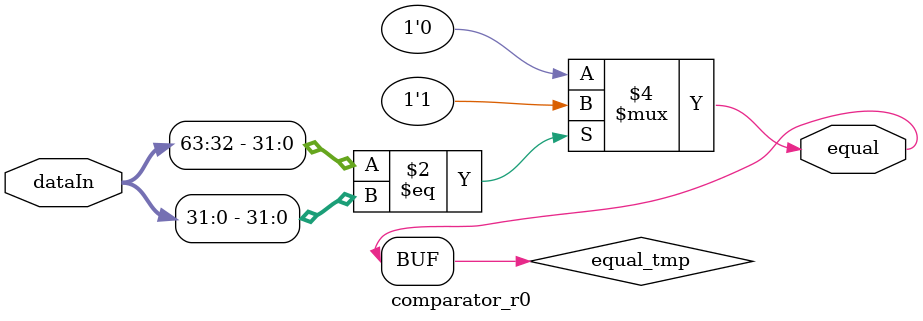
<source format=v>
/*
DESCRIPTION:
Comparator For Branching in the ID stage
Checks if the inputs are equivalent and sets the "equal" flag accordingly

NOTES:
TODO:
*/

module comparator_r0 #(
	parameter BIT_WIDTH = 32
)(
	input [2*BIT_WIDTH - 1:0] dataIn,
	output equal
);

/**********
 * Internal Signals
 **********/
 reg equal_tmp;
	 
/**********
 * Glue Logic 
 **********/
/**********
 * Synchronous Logic
 **********/
/**********
 * Glue Logic 
 **********/
/**********
 * Components
 **********/
/**********
 * Output Combinatorial Logic
 **********/
	always @(dataIn) begin
		if(dataIn[2*BIT_WIDTH - 1:BIT_WIDTH] == dataIn[BIT_WIDTH - 1:0]) begin
			equal_tmp <= 1'b1;
		end else begin
			equal_tmp <= 1'b0;
		end
	end

	assign equal = equal_tmp;
	
endmodule
</source>
